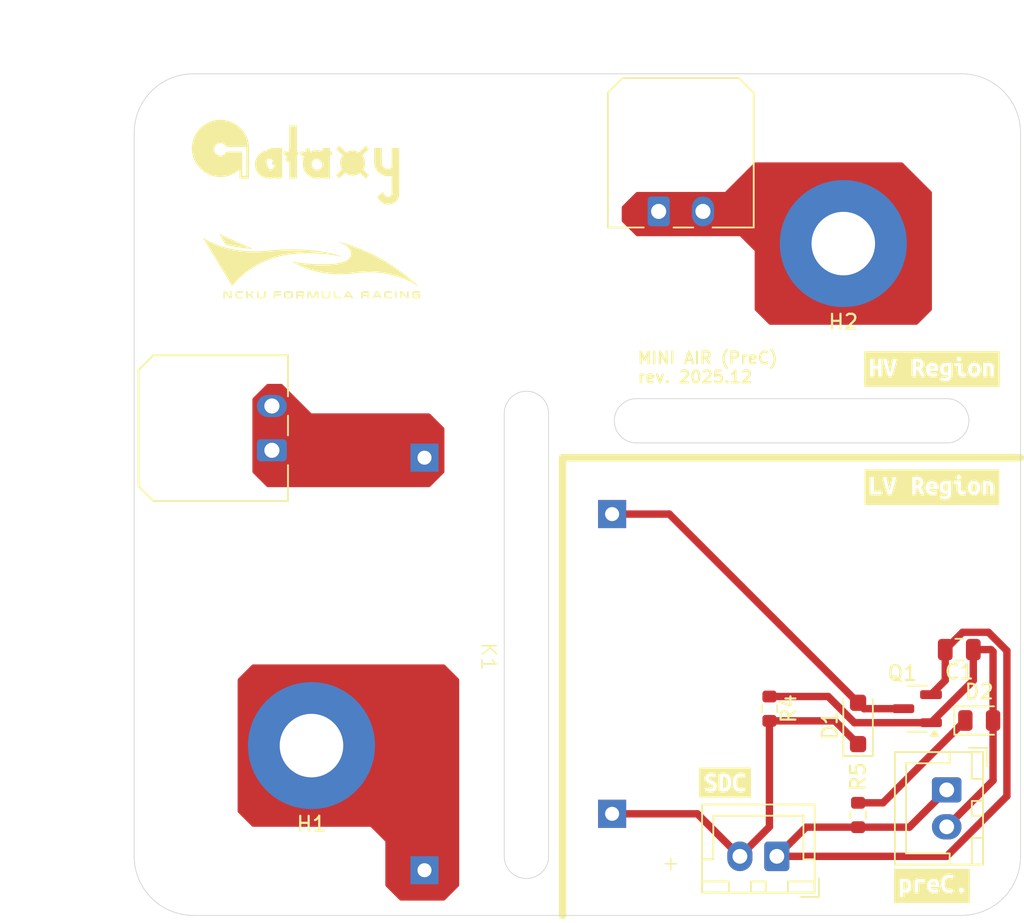
<source format=kicad_pcb>
(kicad_pcb (version 20221018) (generator pcbnew)
  (layers (0 "F.Cu" signal) (31 "B.Cu" signal) (34 "B.Paste" user) (35 "F.Paste" user) (36 "B.SilkS" user "B.Silkscreen") (37 "F.SilkS" user "F.Silkscreen") (38 "B.Mask" user) (39 "F.Mask" user) (44 "Edge.Cuts" user))
  (net 0 "")
  (net 1 "Net-(D2-A)")
  (net 2 "GND")
  (net 3 "VDC")
  (net 4 "Net-(D1-A)")
  (net 5 "Net-(D2-K)")
  (net 6 "Net-(J2-Pin_1)")
  (net 7 "Net-(J3-Pin_1)")
  (net 8 "Net-(H1-Pad1)")
  (footprint "logo:galaxy_logo_15mm" (layer "F.Cu") (at 91 85)
    (fp_text reference "G***" (at 0 0) (layer "F.SilkS") (effects (font (size 1.5 1.5) (thickness 0.3))))
    (fp_text value "LOGO" hide)
  )
  (footprint "Connector_JST:JST_XH_B2B-XH-A_1x02_P2.50mm_Vertical" (layer "F.Cu") (at 135 127.5 -90)
    (fp_text reference "J1" hide)
    (fp_text value "Conn_relay")
    (pad "1" thru_hole roundrect (at 0 0 270) (size 1.7 2) (drill 1) (layers "*.Cu" "*.Mask") (roundrect_rratio 0.147059) (net 2 "GND"))
    (pad "2" thru_hole oval (at 2.5 0 270) (size 1.7 2) (drill 1) (layers "*.Cu" "*.Mask") (net 1 "Net-(D2-A)"))
  )
  (footprint "Capacitor_SMD:C_0805_2012Metric" (layer "F.Cu") (at 135.85 118 180)
    (fp_text reference "C1" (at 0 -1.5) (layer "F.SilkS"))
    (fp_text value "10u")
    (pad "1" smd roundrect (at -0.95 0 180) (size 1 1.45) (layers "F.Cu" "F.Paste" "F.Mask") (net 1 "Net-(D2-A)"))
    (pad "2" smd roundrect (at 0.95 0 180) (size 1 1.45) (layers "F.Cu" "F.Paste" "F.Mask") (net 2 "GND"))
  )
  (footprint "Connector_Molex:Molex_Micro-Fit_3.0_43650-0200_1x02_P3.00mm_Horizontal" (layer "F.Cu") (at 89.32 104.5 90)
    (fp_text reference "J2" hide)
    (fp_text value "Conn_HV_IN")
    (pad "" np_thru_hole circle (at 1.5 -4.32 90) (size 3 3) (drill 3) (layers "*.Cu" "*.Mask"))
    (pad "1" thru_hole roundrect (at 0 0 90) (size 1.5 2.02) (drill 1.02) (layers "*.Cu" "*.Mask") (roundrect_rratio 0.166667) (net 6 "Net-(J2-Pin_1)"))
    (pad "2" thru_hole oval (at 3 0 90) (size 1.5 2.02) (drill 1.02) (layers "*.Cu" "*.Mask") (net 6 "Net-(J2-Pin_1)"))
  )
  (footprint "Connector_JST:JST_XH_B2B-XH-A_1x02_P2.50mm_Vertical" (layer "F.Cu") (at 123.5 132 180)
    (fp_text reference "J4" hide)
    (fp_text value "Conn_SDC")
    (pad "1" thru_hole roundrect (at 0 0 180) (size 1.7 2) (drill 1) (layers "*.Cu" "*.Mask") (roundrect_rratio 0.147059) (net 2 "GND"))
    (pad "2" thru_hole oval (at 2.5 0 180) (size 1.7 2) (drill 1) (layers "*.Cu" "*.Mask") (net 3 "VDC"))
  )
  (footprint "Library:KT24-1A-40L-THT" (layer "F.Cu") (at 103.5 118.47 -90)
    (fp_text reference "K1" (at 0 -0.5 -90 unlocked) (layer "F.SilkS") (effects (font (thickness 0.1))))
    (fp_text value "Relay_SPST-NO")
    (pad "13" thru_hole rect (at -13.47 3.85 270) (size 1.9 1.9) (drill 0.95) (layers "*.Cu" "*.Mask") (net 6 "Net-(J2-Pin_1)"))
    (pad "14" thru_hole rect (at 14.47 3.85 270) (size 1.9 1.9) (drill 0.95) (layers "*.Cu" "*.Mask") (net 8 "Net-(H1-Pad1)"))
    (pad "A1" thru_hole rect (at 10.65 -8.85 270) (size 1.9 1.9) (drill 0.95) (layers "*.Cu" "*.Mask") (net 3 "VDC"))
    (pad "A2" thru_hole rect (at -9.65 -8.85 270) (size 1.9 1.9) (drill 0.95) (layers "*.Cu" "*.Mask") (net 4 "Net-(D1-A)"))
  )
  (footprint "logo:nckufs_logo_15mm" (layer "F.Cu") (at 92 92)
    (fp_text reference "G***" hide)
    (fp_text value "LOGO" hide)
  )
  (footprint "LED_SMD:LED_0805_2012Metric" (layer "F.Cu") (at 137.2 122.8)
    (fp_text reference "D2" (at 0 -1.95) (layer "F.SilkS"))
    (fp_text value "LED")
    (pad "1" smd roundrect (at -0.9375 0) (size 0.975 1.4) (layers "F.Cu" "F.Paste" "F.Mask") (net 5 "Net-(D2-K)"))
    (pad "2" smd roundrect (at 0.9375 0) (size 0.975 1.4) (layers "F.Cu" "F.Paste" "F.Mask") (net 1 "Net-(D2-A)"))
  )
  (footprint "MountingHole:MountingHole_4.3mm_M4_Pad" (layer "F.Cu") (at 128 90.5 180)
    (fp_text reference "H2" (at 0 -5.3) (layer "F.SilkS"))
    (fp_text value "LSP300OUT")
    (pad "1" thru_hole circle locked (at 0 0 180) (size 8.6 8.6) (drill 4.3) (layers "*.Cu" "*.Mask") (net 7 "Net-(J3-Pin_1)"))
  )
  (footprint "kibuzzard-69513D2F" (layer "F.Cu") (at 134 99)
    (fp_text reference "kibuzzard-69513D2F" hide)
    (fp_text value "G***" hide)
  )
  (footprint "Resistor_SMD:R_0603_1608Metric" (layer "F.Cu") (at 123 122 90)
    (fp_text reference "R4" (at 0 1.3 90) (layer "F.SilkS"))
    (fp_text value "10k")
    (pad "1" smd roundrect (at -0.825 0 90) (size 0.8 0.95) (layers "F.Cu" "F.Paste" "F.Mask") (net 3 "VDC"))
    (pad "2" smd roundrect (at 0.825 0 90) (size 0.8 0.95) (layers "F.Cu" "F.Paste" "F.Mask") (net 1 "Net-(D2-A)"))
  )
  (footprint "Diode_SMD:D_SOD-123F" (layer "F.Cu") (at 129 123 90)
    (fp_text reference "D1" (at -0.127 -1.905 90) (layer "F.SilkS"))
    (fp_text value "1N4147W")
    (pad "1" smd roundrect (at -1.4 0 90) (size 1.1 1.1) (layers "F.Cu" "F.Paste" "F.Mask") (roundrect_rratio 0.2272727273) (net 3 "VDC"))
    (pad "2" smd roundrect (at 1.4 0 90) (size 1.1 1.1) (layers "F.Cu" "F.Paste" "F.Mask") (roundrect_rratio 0.2272727273) (net 4 "Net-(D1-A)"))
  )
  (footprint "Connector_Molex:Molex_Micro-Fit_3.0_43650-0200_1x02_P3.00mm_Horizontal" (layer "F.Cu") (at 115.5 88.32)
    (fp_text reference "J3" hide)
    (fp_text value "Conn_HV_OUT")
    (pad "" np_thru_hole circle (at 1.5 -4.32) (size 3 3) (drill 3) (layers "*.Cu" "*.Mask"))
    (pad "1" thru_hole roundrect (at 0 0) (size 1.5 2.02) (drill 1.02) (layers "*.Cu" "*.Mask") (roundrect_rratio 0.166667) (net 7 "Net-(J3-Pin_1)"))
    (pad "2" thru_hole oval (at 3 0) (size 1.5 2.02) (drill 1.02) (layers "*.Cu" "*.Mask") (net 7 "Net-(J3-Pin_1)"))
  )
  (footprint "Resistor_SMD:R_0603_1608Metric" (layer "F.Cu") (at 129 129.2 -90)
    (fp_text reference "R5" (at -2.6 0 90) (layer "F.SilkS"))
    (fp_text value "1k")
    (pad "1" smd roundrect (at -0.825 0 270) (size 0.8 0.95) (layers "F.Cu" "F.Paste" "F.Mask") (net 5 "Net-(D2-K)"))
    (pad "2" smd roundrect (at 0.825 0 270) (size 0.8 0.95) (layers "F.Cu" "F.Paste" "F.Mask") (net 2 "GND"))
  )
  (footprint "kibuzzard-69513D27" (layer "F.Cu") (at 134 107)
    (fp_text reference "kibuzzard-69513D27" hide)
    (fp_text value "G***" hide)
  )
  (footprint "Package_TO_SOT_SMD:SOT-23" (layer "F.Cu") (at 133 122 180)
    (fp_text reference "Q1" (at 1 2.4) (layer "F.SilkS"))
    (fp_text value "2N7002")
    (pad "1" smd roundrect (at -0.9375 -0.95 180) (size 1.475 0.6) (layers "F.Cu" "F.Paste" "F.Mask") (net 1 "Net-(D2-A)"))
    (pad "2" smd roundrect (at -0.9375 0.95 180) (size 1.475 0.6) (layers "F.Cu" "F.Paste" "F.Mask") (net 2 "GND"))
    (pad "3" smd roundrect (at 0.9375 0 180) (size 1.475 0.6) (layers "F.Cu" "F.Paste" "F.Mask") (net 4 "Net-(D1-A)"))
  )
  (footprint "MountingHole:MountingHole_4.3mm_M4_Pad" (layer "F.Cu") (at 92 124.5 180)
    (fp_text reference "H1" (at 0 -5.3) (layer "F.SilkS"))
    (fp_text value "LPS300_IN")
    (pad "1" thru_hole circle locked (at 0 0 180) (size 8.6 8.6) (drill 4.3) (layers "*.Cu" "*.Mask") (net 8 "Net-(H1-Pad1)"))
  )
  (footprint "kibuzzard-680B4203" (layer "F.Cu") (at 120 127)
    (fp_text reference "kibuzzard-680B4203" hide)
    (fp_text value "G***" hide)
  )
  (footprint "kibuzzard-67D18FBA" (layer "F.Cu") (at 134 134)
    (fp_text reference "kibuzzard-67D18FBA" hide)
    (fp_text value "G***" hide)
  )
  (gr_line (start 140 105) (end 109 105) (stroke (width 0.5)) (layer "F.SilkS"))
  (gr_line (start 109 105) (end 109 136) (stroke (width 0.5)) (layer "F.SilkS"))
  (gr_arc locked (start 140 132) (mid 138.828427 134.828427) (end 136 136) (stroke (width 0.05)) (layer "Edge.Cuts"))
  (gr_line locked (start 140 132) (end 140 83) (stroke (width 0.05)) (layer "Edge.Cuts"))
  (gr_line locked (start 80 83) (end 80 132) (stroke (width 0.05)) (layer "Edge.Cuts"))
  (gr_arc (start 108.05 132) (mid 106.55 133.5) (end 105.05 132) (stroke (width 0.05)) (layer "Edge.Cuts"))
  (gr_line locked (start 84 136) (end 136 136) (stroke (width 0.05)) (layer "Edge.Cuts"))
  (gr_line (start 108.05 132) (end 108.05 102) (stroke (width 0.05)) (layer "Edge.Cuts"))
  (gr_line (start 114 104) (end 135 104) (stroke (width 0.05)) (layer "Edge.Cuts"))
  (gr_arc (start 136 79) (mid 138.828427 80.171573) (end 140 83) (stroke (width 0.05)) (layer "Edge.Cuts"))
  (gr_arc locked (start 80 83) (mid 81.171573 80.171573) (end 84 79) (stroke (width 0.05)) (layer "Edge.Cuts"))
  (gr_arc locked (start 84 136) (mid 81.171573 134.828427) (end 80 132) (stroke (width 0.05)) (layer "Edge.Cuts"))
  (gr_arc (start 135 101) (mid 136.5 102.5) (end 135 104) (stroke (width 0.05)) (layer "Edge.Cuts"))
  (gr_line locked (start 136 79) (end 84 79) (stroke (width 0.05)) (layer "Edge.Cuts"))
  (gr_line (start 105.05 102) (end 105.05 132) (stroke (width 0.05)) (layer "Edge.Cuts"))
  (gr_line (start 135 101) (end 114 101) (stroke (width 0.05)) (layer "Edge.Cuts"))
  (gr_arc (start 114 104) (mid 112.5 102.5) (end 114 101) (stroke (width 0.05)) (layer "Edge.Cuts"))
  (gr_arc (start 105.05 102) (mid 106.55 100.5) (end 108.05 102) (stroke (width 0.05)) (layer "Edge.Cuts"))
  (gr_text "MINI AIR (PreC)\nrev. 2025.12" (at 114 100) (layer "F.SilkS") (effects (font (size 0.8 0.8) (thickness 0.15) bold) (justify left bottom)))
  (gr_text "+" (at 117 132 180) (layer "F.SilkS") (effects (font (size 1 1) (thickness 0.1)) (justify left bottom)))
  (segment (start 138.1375 122.8) (end 138.1375 118.1375) (width 0.5) (layer "F.Cu") (net 1))
  (segment (start 135 130) (end 138.1375 126.8625) (width 0.5) (layer "F.Cu") (net 1))
  (segment (start 123 121.175) (end 126.978122 121.175) (width 0.5) (layer "F.Cu") (net 1))
  (segment (start 126.978122 121.175) (end 128.753122 122.95) (width 0.5) (layer "F.Cu") (net 1))
  (segment (start 128.753122 122.95) (end 133.9375 122.95) (width 0.5) (layer "F.Cu") (net 1))
  (segment (start 138 118) (end 136.8 118) (width 0.5) (layer "F.Cu") (net 1))
  (segment (start 138.1375 126.8625) (end 138.1375 122.8) (width 0.5) (layer "F.Cu") (net 1))
  (segment (start 136.8 120.0875) (end 133.9375 122.95) (width 0.5) (layer "F.Cu") (net 1))
  (segment (start 138.1375 118.1375) (end 138 118) (width 0.5) (layer "F.Cu") (net 1))
  (segment (start 136.8 118) (end 136.8 120.0875) (width 0.5) (layer "F.Cu") (net 1))
  (segment (start 132.475 130.025) (end 129 130.025) (width 0.5) (layer "F.Cu") (net 2))
  (segment (start 129 130.025) (end 125.475 130.025) (width 0.5) (layer "F.Cu") (net 2))
  (segment (start 134.9 118) (end 136.075 116.825) (width 0.5) (layer "F.Cu") (net 2))
  (segment (start 136.075 116.825) (end 137.825 116.825) (width 0.5) (layer "F.Cu") (net 2))
  (segment (start 135 132) (end 123.5 132) (width 0.5) (layer "F.Cu") (net 2))
  (segment (start 134.9 118) (end 134.9 120.0875) (width 0.5) (layer "F.Cu") (net 2))
  (segment (start 137.825 116.825) (end 139.075 118.075) (width 0.5) (layer "F.Cu") (net 2))
  (segment (start 135 127.5) (end 132.475 130.025) (width 0.5) (layer "F.Cu") (net 2))
  (segment (start 139.075 127.925) (end 135 132) (width 0.5) (layer "F.Cu") (net 2))
  (segment (start 134.9 120.0875) (end 133.9375 121.05) (width 0.5) (layer "F.Cu") (net 2))
  (segment (start 139.075 118.075) (end 139.075 127.925) (width 0.5) (layer "F.Cu") (net 2))
  (segment (start 125.475 130.025) (end 123.5 132) (width 0.5) (layer "F.Cu") (net 2))
  (segment (start 127.425 122.825) (end 129 124.4) (width 0.5) (layer "F.Cu") (net 3))
  (segment (start 118.12 129.12) (end 121 132) (width 0.5) (layer "F.Cu") (net 3))
  (segment (start 123 122.825) (end 123 130) (width 0.5) (layer "F.Cu") (net 3))
  (segment (start 123 130) (end 121 132) (width 0.5) (layer "F.Cu") (net 3))
  (segment (start 112.35 129.12) (end 118.12 129.12) (width 0.5) (layer "F.Cu") (net 3))
  (segment (start 123 122.825) (end 127.425 122.825) (width 0.5) (layer "F.Cu") (net 3))
  (segment (start 116.22 108.82) (end 112.35 108.82) (width 0.5) (layer "F.Cu") (net 4))
  (segment (start 132.0625 122) (end 129.4 122) (width 0.5) (layer "F.Cu") (net 4))
  (segment (start 129.4 122) (end 129 121.6) (width 0.5) (layer "F.Cu") (net 4))
  (segment (start 129 121.6) (end 116.22 108.82) (width 0.5) (layer "F.Cu") (net 4))
  (segment (start 130.6875 128.375) (end 136.2625 122.8) (width 0.5) (layer "F.Cu") (net 5))
  (segment (start 129 128.375) (end 130.6875 128.375) (width 0.5) (layer "F.Cu") (net 5))
  (zone (net 6) (net_name "Net-(J2-Pin_1)") (layer "F.Cu") (priority 2) (connect_pads yes (clearance 0.25)) (min_thickness 0.25) (fill yes (thermal_gap 0.5) (thermal_bridge_width 0.5))
    (polygon (pts (xy 89 100) (xy 88 101) (xy 88 106) (xy 89 107) (xy 100 107) (xy 101 106) (xy 101 103) (xy 100 102) (xy 92 102) (xy 90 100)))
  )
  (zone (net 7) (net_name "Net-(J3-Pin_1)") (layer "F.Cu") (priority 3) (connect_pads yes (clearance 0.25)) (min_thickness 0.25) (fill yes (thermal_gap 0.5) (thermal_bridge_width 0.5))
    (polygon (pts (xy 114 87) (xy 113 88) (xy 113 89) (xy 114 90) (xy 121 90) (xy 122 91) (xy 122 95) (xy 123 96) (xy 133 96) (xy 134 95) (xy 134 87) (xy 132 85) (xy 122 85) (xy 120 87)))
  )
  (zone (net 8) (net_name "Net-(H1-Pad1)") (layer "F.Cu") (priority 1) (connect_pads yes (clearance 0.25)) (min_thickness 0.25) (fill yes (thermal_gap 0.5) (thermal_bridge_width 0.5))
    (polygon (pts (xy 88 119) (xy 87 120) (xy 87 129) (xy 88 130) (xy 96 130) (xy 97 131) (xy 97 134) (xy 98 135) (xy 101 135) (xy 102 134) (xy 102 120) (xy 101 119)))
  )
)
</source>
